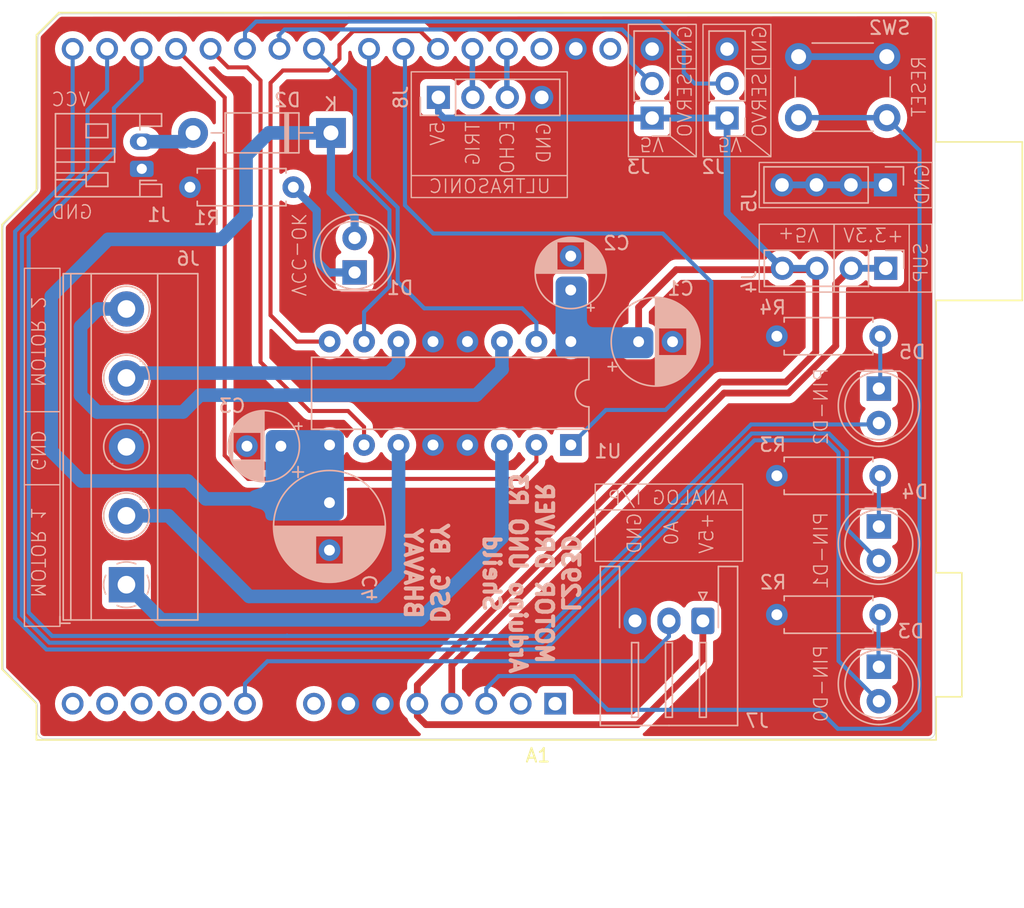
<source format=kicad_pcb>
(kicad_pcb (version 20240108) (generator "pcbnew") (generator_version "8.0")
  (layers (0 "F.Cu" signal) (31 "B.Cu" signal) (34 "B.Paste" user) (35 "F.Paste" user) (36 "B.SilkS" user "B.Silkscreen") (37 "F.SilkS" user "F.Silkscreen") (38 "B.Mask" user) (39 "F.Mask" user) (44 "Edge.Cuts" user))
  (net 0 "")
  (net 1 "PWM0B")
  (net 2 "GND")
  (net 3 "Net-(A1-D1{slash}TX)")
  (net 4 "M2B")
  (net 5 "M1B")
  (net 8 "M1A")
  (net 10 "Net-(A1-D2)")
  (net 11 "Net-(A1-A0)")
  (net 16 "Net-(A1-D12)")
  (net 17 "Net-(A1-D11)")
  (net 18 "+5V")
  (net 19 "PWM1B")
  (net 20 "M2A")
  (net 21 "PWM1A")
  (net 23 "Net-(A1-D0{slash}RX)")
  (net 24 "Net-(A1-~{RESET})")
  (net 25 "PWM0A")
  (net 28 "+3.3V")
  (net 29 "VCC")
  (net 30 "Net-(D1-K)")
  (net 31 "Net-(D2-A)")
  (net 32 "Net-(D3-K)")
  (net 33 "Net-(D4-K)")
  (net 34 "Net-(D5-K)")
  (net 35 "Net-(J6-Pin_4)")
  (net 36 "Net-(J6-Pin_5)")
  (net 37 "Net-(J6-Pin_2)")
  (net 38 "Net-(J6-Pin_1)")
  (footprint "Module:Arduino_UNO_R2" (layer "F.Cu") (at 146.606975 127.5656 180)
    (property "Reference" "A1" (at 1.27 -3.81 180) (layer "F.SilkS"))
    (property "Value" "Arduino_UNO_R2")
    (pad "1" thru_hole rect (at 0 0 270) (size 1.6 1.6) (drill 1) (layers "*.Cu" "*.Mask"))
    (pad "2" thru_hole oval (at 2.54 0 270) (size 1.6 1.6) (drill 1) (layers "*.Cu" "*.Mask"))
    (pad "3" thru_hole oval (at 5.08 0 270) (size 1.6 1.6) (drill 1) (layers "*.Cu" "*.Mask") (net 24 "Net-(A1-~{RESET})"))
    (pad "4" thru_hole oval (at 7.62 0 270) (size 1.6 1.6) (drill 1) (layers "*.Cu" "*.Mask") (net 28 "+3.3V"))
    (pad "5" thru_hole oval (at 10.16 0 270) (size 1.6 1.6) (drill 1) (layers "*.Cu" "*.Mask") (net 18 "+5V"))
    (pad "6" thru_hole oval (at 12.7 0 270) (size 1.6 1.6) (drill 1) (layers "*.Cu" "*.Mask") (net 2 "GND"))
    (pad "7" thru_hole oval (at 15.24 0 270) (size 1.6 1.6) (drill 1) (layers "*.Cu" "*.Mask") (net 2 "GND"))
    (pad "8" thru_hole oval (at 17.78 0 270) (size 1.6 1.6) (drill 1) (layers "*.Cu" "*.Mask"))
    (pad "9" thru_hole oval (at 22.86 0 270) (size 1.6 1.6) (drill 1) (layers "*.Cu" "*.Mask") (net 11 "Net-(A1-A0)"))
    (pad "10" thru_hole oval (at 25.4 0 270) (size 1.6 1.6) (drill 1) (layers "*.Cu" "*.Mask"))
    (pad "11" thru_hole oval (at 27.94 0 270) (size 1.6 1.6) (drill 1) (layers "*.Cu" "*.Mask"))
    (pad "12" thru_hole oval (at 30.48 0 270) (size 1.6 1.6) (drill 1) (layers "*.Cu" "*.Mask"))
    (pad "13" thru_hole oval (at 33.02 0 270) (size 1.6 1.6) (drill 1) (layers "*.Cu" "*.Mask"))
    (pad "14" thru_hole oval (at 35.56 0 270) (size 1.6 1.6) (drill 1) (layers "*.Cu" "*.Mask"))
    (pad "15" thru_hole oval (at 35.56 48.26 270) (size 1.6 1.6) (drill 1) (layers "*.Cu" "*.Mask") (net 23 "Net-(A1-D0{slash}RX)"))
    (pad "16" thru_hole oval (at 33.02 48.26 270) (size 1.6 1.6) (drill 1) (layers "*.Cu" "*.Mask") (net 3 "Net-(A1-D1{slash}TX)"))
    (pad "17" thru_hole oval (at 30.48 48.26 270) (size 1.6 1.6) (drill 1) (layers "*.Cu" "*.Mask") (net 10 "Net-(A1-D2)"))
    (pad "18" thru_hole oval (at 27.94 48.26 270) (size 1.6 1.6) (drill 1) (layers "*.Cu" "*.Mask") (net 8 "M1A"))
    (pad "19" thru_hole oval (at 25.4 48.26 270) (size 1.6 1.6) (drill 1) (layers "*.Cu" "*.Mask") (net 5 "M1B"))
    (pad "20" thru_hole oval (at 22.86 48.26 270) (size 1.6 1.6) (drill 1) (layers "*.Cu" "*.Mask") (net 1 "PWM0B"))
    (pad "21" thru_hole oval (at 20.32 48.26 270) (size 1.6 1.6) (drill 1) (layers "*.Cu" "*.Mask") (net 25 "PWM0A"))
    (pad "22" thru_hole oval (at 17.78 48.26 270) (size 1.6 1.6) (drill 1) (layers "*.Cu" "*.Mask") (net 4 "M2B"))
    (pad "23" thru_hole oval (at 13.72 48.26 270) (size 1.6 1.6) (drill 1) (layers "*.Cu" "*.Mask") (net 20 "M2A"))
    (pad "24" thru_hole oval (at 11.18 48.26 270) (size 1.6 1.6) (drill 1) (layers "*.Cu" "*.Mask") (net 21 "PWM1A"))
    (pad "25" thru_hole oval (at 8.64 48.26 270) (size 1.6 1.6) (drill 1) (layers "*.Cu" "*.Mask") (net 19 "PWM1B"))
    (pad "26" thru_hole oval (at 6.1 48.26 270) (size 1.6 1.6) (drill 1) (layers "*.Cu" "*.Mask") (net 17 "Net-(A1-D11)"))
    (pad "27" thru_hole oval (at 3.56 48.26 270) (size 1.6 1.6) (drill 1) (layers "*.Cu" "*.Mask") (net 16 "Net-(A1-D12)"))
    (pad "28" thru_hole oval (at 1.02 48.26 270) (size 1.6 1.6) (drill 1) (layers "*.Cu" "*.Mask"))
    (pad "29" thru_hole oval (at -1.52 48.26 270) (size 1.6 1.6) (drill 1) (layers "*.Cu" "*.Mask") (net 2 "GND"))
    (pad "30" thru_hole oval (at -4.06 48.26 270) (size 1.6 1.6) (drill 1) (layers "*.Cu" "*.Mask"))
  )
  (footprint "LED_THT:LED_D5.0mm" (layer "B.Cu") (at 131.826 95.7834 90)
    (property "Reference" "D1" (at -1.143 3.3528 180) (layer "B.SilkS") (effects (justify mirror)))
    (property "Value" "VCC-OK")
    (pad "1" thru_hole rect (at 0 0 90) (size 1.8 1.8) (drill 0.9) (layers "*.Cu" "*.Mask") (net 30 "Net-(D1-K)"))
    (pad "2" thru_hole circle (at 2.54 0 90) (size 1.8 1.8) (drill 0.9) (layers "*.Cu" "*.Mask") (net 29 "VCC"))
  )
  (footprint "Resistor_THT:R_Axial_DIN0207_L6.3mm_D2.5mm_P7.62mm_Horizontal" (layer "B.Cu") (at 170.561 121.0056 180)
    (property "Reference" "R2" (at 7.8994 2.3876 180) (layer "B.SilkS") (effects (justify mirror)))
    (property "Value" "220R")
    (pad "1" thru_hole circle (at 0 0 180) (size 1.6 1.6) (drill 0.8) (layers "*.Cu" "*.Mask") (net 32 "Net-(D3-K)"))
    (pad "2" thru_hole oval (at 7.62 0 180) (size 1.6 1.6) (drill 0.8) (layers "*.Cu" "*.Mask") (net 2 "GND"))
  )
  (footprint "Capacitor_THT:CP_Radial_D8.0mm_P3.50mm" (layer "B.Cu") (at 129.9718 112.748949 -90)
    (property "Reference" "C4" (at 6.2738 -2.9972 90) (layer "B.SilkS") (effects (justify mirror)))
    (property "Value" "100uF")
    (pad "1" thru_hole rect (at 0 0 270) (size 1.6 1.6) (drill 0.8) (layers "*.Cu" "*.Mask") (net 29 "VCC"))
    (pad "2" thru_hole circle (at 3.5 0 270) (size 1.6 1.6) (drill 0.8) (layers "*.Cu" "*.Mask") (net 2 "GND"))
  )
  (footprint "Capacitor_THT:CP_Radial_D5.0mm_P2.50mm" (layer "B.Cu") (at 126.3904 108.585 180)
    (property "Reference" "C3" (at 3.592713 2.9718 180) (layer "B.SilkS") (effects (justify mirror)))
    (property "Value" "0.1uF")
    (pad "1" thru_hole rect (at 0 0 180) (size 1.6 1.6) (drill 0.8) (layers "*.Cu" "*.Mask") (net 29 "VCC"))
    (pad "2" thru_hole circle (at 2.5 0 180) (size 1.6 1.6) (drill 0.8) (layers "*.Cu" "*.Mask") (net 2 "GND"))
  )
  (footprint "Diode_THT:D_DO-41_SOD81_P10.16mm_Horizontal" (layer "B.Cu") (at 130.08 85.5 180)
    (property "Reference" "D2" (at 3.207 2.4166 0) (layer "B.SilkS") (effects (justify mirror)))
    (property "Value" "1N4007")
    (fp_text user "K" (at 0 2.1 180) (layer "B.SilkS") (effects (justify mirror)))
    (pad "1" thru_hole rect (at 0 0 180) (size 2.2 2.2) (drill 1.1) (layers "*.Cu" "*.Mask") (net 29 "VCC"))
    (pad "2" thru_hole oval (at 10.16 0 180) (size 2.2 2.2) (drill 1.1) (layers "*.Cu" "*.Mask") (net 31 "Net-(D2-A)"))
  )
  (footprint "LED_THT:LED_D5.0mm" (layer "B.Cu") (at 170.4594 114.5032 -90)
    (property "Reference" "D4" (at -2.54 -2.667 180) (layer "B.SilkS") (effects (justify mirror)))
    (property "Value" "LED")
    (pad "1" thru_hole rect (at 0 0 270) (size 1.8 1.8) (drill 0.9) (layers "*.Cu" "*.Mask") (net 33 "Net-(D4-K)"))
    (pad "2" thru_hole circle (at 2.54 0 270) (size 1.8 1.8) (drill 0.9) (layers "*.Cu" "*.Mask") (net 3 "Net-(A1-D1{slash}TX)"))
  )
  (footprint "Package_DIP:DIP-16_W7.62mm" (layer "B.Cu") (at 147.7622 108.4988 90)
    (property "Reference" "U1" (at -0.4672 2.7328 180) (layer "B.SilkS") (effects (justify mirror)))
    (property "Value" "L293D")
    (pad "1" thru_hole rect (at 0 0 90) (size 1.6 1.6) (drill 0.8) (layers "*.Cu" "*.Mask") (net 21 "PWM1A"))
    (pad "2" thru_hole oval (at 0 -2.54 90) (size 1.6 1.6) (drill 0.8) (layers "*.Cu" "*.Mask") (net 8 "M1A"))
    (pad "3" thru_hole oval (at 0 -5.08 90) (size 1.6 1.6) (drill 0.8) (layers "*.Cu" "*.Mask") (net 38 "Net-(J6-Pin_1)"))
    (pad "4" thru_hole oval (at 0 -7.62 90) (size 1.6 1.6) (drill 0.8) (layers "*.Cu" "*.Mask") (net 2 "GND"))
    (pad "5" thru_hole oval (at 0 -10.16 90) (size 1.6 1.6) (drill 0.8) (layers "*.Cu" "*.Mask") (net 2 "GND"))
    (pad "6" thru_hole oval (at 0 -12.7 90) (size 1.6 1.6) (drill 0.8) (layers "*.Cu" "*.Mask") (net 37 "Net-(J6-Pin_2)"))
    (pad "7" thru_hole oval (at 0 -15.24 90) (size 1.6 1.6) (drill 0.8) (layers "*.Cu" "*.Mask") (net 5 "M1B"))
    (pad "8" thru_hole oval (at 0 -17.78 90) (size 1.6 1.6) (drill 0.8) (layers "*.Cu" "*.Mask") (net 29 "VCC"))
    (pad "9" thru_hole oval (at 7.62 -17.78 90) (size 1.6 1.6) (drill 0.8) (layers "*.Cu" "*.Mask") (net 19 "PWM1B"))
    (pad "10" thru_hole oval (at 7.62 -15.24 90) (size 1.6 1.6) (drill 0.8) (layers "*.Cu" "*.Mask") (net 4 "M2B"))
    (pad "11" thru_hole oval (at 7.62 -12.7 90) (size 1.6 1.6) (drill 0.8) (layers "*.Cu" "*.Mask") (net 35 "Net-(J6-Pin_4)"))
    (pad "12" thru_hole oval (at 7.62 -10.16 90) (size 1.6 1.6) (drill 0.8) (layers "*.Cu" "*.Mask") (net 2 "GND"))
    (pad "13" thru_hole oval (at 7.62 -7.62 90) (size 1.6 1.6) (drill 0.8) (layers "*.Cu" "*.Mask") (net 2 "GND"))
    (pad "14" thru_hole oval (at 7.62 -5.08 90) (size 1.6 1.6) (drill 0.8) (layers "*.Cu" "*.Mask") (net 36 "Net-(J6-Pin_5)"))
    (pad "15" thru_hole oval (at 7.62 -2.54 90) (size 1.6 1.6) (drill 0.8) (layers "*.Cu" "*.Mask") (net 20 "M2A"))
    (pad "16" thru_hole oval (at 7.62 0 90) (size 1.6 1.6) (drill 0.8) (layers "*.Cu" "*.Mask") (net 18 "+5V"))
  )
  (footprint "Resistor_THT:R_Axial_DIN0207_L6.3mm_D2.5mm_P7.62mm_Horizontal" (layer "B.Cu") (at 170.561 110.7694 180)
    (property "Reference" "R3" (at 7.9248 2.286 180) (layer "B.SilkS") (effects (justify mirror)))
    (property "Value" "220R")
    (pad "1" thru_hole circle (at 0 0 180) (size 1.6 1.6) (drill 0.8) (layers "*.Cu" "*.Mask") (net 33 "Net-(D4-K)"))
    (pad "2" thru_hole oval (at 7.62 0 180) (size 1.6 1.6) (drill 0.8) (layers "*.Cu" "*.Mask") (net 2 "GND"))
  )
  (footprint "Button_Switch_THT:SW_PUSH_6mm_H5mm" (layer "B.Cu") (at 164.5436 84.3788)
    (property "Reference" "SW2" (at 6.7064 -6.6288 180) (layer "B.SilkS") (effects (justify mirror)))
    (property "Value" "SW_Push")
    (pad "1" thru_hole circle (at 0 0 270) (size 2 2) (drill 1.1) (layers "*.Cu" "*.Mask") (net 24 "Net-(A1-~{RESET})"))
    (pad "1" thru_hole circle (at 6.5 0 270) (size 2 2) (drill 1.1) (layers "*.Cu" "*.Mask") (net 24 "Net-(A1-~{RESET})"))
    (pad "2" thru_hole circle (at 0 -4.5 270) (size 2 2) (drill 1.1) (layers "*.Cu" "*.Mask") (net 2 "GND"))
    (pad "2" thru_hole circle (at 6.5 -4.5 270) (size 2 2) (drill 1.1) (layers "*.Cu" "*.Mask") (net 2 "GND"))
  )
  (footprint "Connector_PinSocket_2.54mm:PinSocket_1x04_P2.54mm_Vertical" (layer "B.Cu") (at 170.9674 95.4786 90)
    (property "Reference" "J4" (at -0.9906 -10.0584 -90) (layer "B.SilkS") (effects (justify mirror)))
    (property "Value" "Conn_01x04_Male")
    (pad "1" thru_hole rect (at 0 0 90) (size 1.7 1.7) (drill 1) (layers "*.Cu" "*.Mask") (net 28 "+3.3V"))
    (pad "2" thru_hole oval (at 0 -2.54 90) (size 1.7 1.7) (drill 1) (layers "*.Cu" "*.Mask") (net 28 "+3.3V"))
    (pad "3" thru_hole oval (at 0 -5.08 90) (size 1.7 1.7) (drill 1) (layers "*.Cu" "*.Mask") (net 18 "+5V"))
    (pad "4" thru_hole oval (at 0 -7.62 90) (size 1.7 1.7) (drill 1) (layers "*.Cu" "*.Mask") (net 18 "+5V"))
  )
  (footprint "Resistor_THT:R_Axial_DIN0207_L6.3mm_D2.5mm_P7.62mm_Horizontal" (layer "B.Cu") (at 127.31 89.5 180)
    (property "Reference" "R1" (at 6.3806 -2.2702 180) (layer "B.SilkS") (effects (justify mirror)))
    (property "Value" "1K")
    (pad "1" thru_hole circle (at 0 0 180) (size 1.6 1.6) (drill 0.8) (layers "*.Cu" "*.Mask") (net 30 "Net-(D1-K)"))
    (pad "2" thru_hole oval (at 7.62 0 180) (size 1.6 1.6) (drill 0.8) (layers "*.Cu" "*.Mask") (net 2 "GND"))
  )
  (footprint "Capacitor_THT:CP_Radial_D5.0mm_P2.50mm" (layer "B.Cu") (at 147.7518 97.0788 90)
    (property "Reference" "C2" (at 3.4544 3.3782 0) (layer "B.SilkS") (effects (justify mirror)))
    (property "Value" "0.1uF")
    (pad "1" thru_hole rect (at 0 0 90) (size 1.6 1.6) (drill 0.8) (layers "*.Cu" "*.Mask") (net 18 "+5V"))
    (pad "2" thru_hole circle (at 2.5 0 90) (size 1.6 1.6) (drill 0.8) (layers "*.Cu" "*.Mask") (net 2 "GND"))
  )
  (footprint "Connector_PinSocket_2.54mm:PinSocket_1x04_P2.54mm_Vertical" (layer "B.Cu") (at 170.942 89.3318 90)
    (property "Reference" "J5" (at -1.1938 -10.033 -90) (layer "B.SilkS") (effects (justify mirror)))
    (property "Value" "Conn_01x04_Male")
    (pad "1" thru_hole rect (at 0 0 90) (size 1.7 1.7) (drill 1) (layers "*.Cu" "*.Mask") (net 2 "GND"))
    (pad "2" thru_hole oval (at 0 -2.54 90) (size 1.7 1.7) (drill 1) (layers "*.Cu" "*.Mask") (net 2 "GND"))
    (pad "3" thru_hole oval (at 0 -5.08 90) (size 1.7 1.7) (drill 1) (layers "*.Cu" "*.Mask") (net 2 "GND"))
    (pad "4" thru_hole oval (at 0 -7.62 90) (size 1.7 1.7) (drill 1) (layers "*.Cu" "*.Mask") (net 2 "GND"))
  )
  (footprint "LED_THT:LED_D5.0mm" (layer "B.Cu") (at 170.4594 124.841 -90)
    (property "Reference" "D3" (at -2.6162 -2.3622 180) (layer "B.SilkS") (effects (justify mirror)))
    (property "Value" "LED")
    (pad "1" thru_hole rect (at 0 0 270) (size 1.8 1.8) (drill 0.9) (layers "*.Cu" "*.Mask") (net 32 "Net-(D3-K)"))
    (pad "2" thru_hole circle (at 2.54 0 270) (size 1.8 1.8) (drill 0.9) (layers "*.Cu" "*.Mask") (net 23 "Net-(A1-D0{slash}RX)"))
  )
  (footprint "Connector_PinSocket_2.54mm:PinSocket_1x03_P2.54mm_Vertical" (layer "B.Cu") (at 153.75 84.4042)
    (property "Reference" "J3" (at -1 3.5958 0) (layer "B.SilkS") (effects (justify mirror)))
    (property "Value" "Servo01")
    (pad "1" thru_hole rect (at 0 0) (size 1.7 1.7) (drill 1) (layers "*.Cu" "*.Mask") (net 18 "+5V"))
    (pad "2" thru_hole oval (at 0 -2.54) (size 1.7 1.7) (drill 1) (layers "*.Cu" "*.Mask") (net 25 "PWM0A"))
    (pad "3" thru_hole oval (at 0 -5.08) (size 1.7 1.7) (drill 1) (layers "*.Cu" "*.Mask") (net 2 "GND"))
  )
  (footprint "Connector_JST:JST_XH_S3B-XH-A-1_1x03_P2.50mm_Horizontal" (layer "B.Cu") (at 157.4908 121.4628 180)
    (property "Reference" "J7" (at -4.0024 -7.366 180) (layer "B.SilkS") (effects (justify mirror)))
    (property "Value" "Potent. I/P")
    (pad "1" thru_hole roundrect (at 0 0 180) (size 1.7 1.95) (drill 0.95) (layers "*.Cu" "*.Mask") (roundrect_rratio 0.147059) (net 18 "+5V"))
    (pad "2" thru_hole oval (at 2.5 0 180) (size 1.7 1.95) (drill 0.95) (layers "*.Cu" "*.Mask") (net 11 "Net-(A1-A0)"))
    (pad "3" thru_hole oval (at 5 0 180) (size 1.7 1.95) (drill 0.95) (layers "*.Cu" "*.Mask") (net 2 "GND"))
  )
  (footprint "TerminalBlock_Phoenix:TerminalBlock_Phoenix_MKDS-1,5-5-5.08_1x05_P5.08mm_Horizontal" (layer "B.Cu") (at 115.011 118.7958 90)
    (property "Reference" "J6" (at 24.0284 4.5468 0) (layer "B.SilkS") (effects (justify mirror)))
    (property "Value" "S")
    (pad "1" thru_hole rect (at 0 0 90) (size 2.6 2.6) (drill 1.3) (layers "*.Cu" "*.Mask") (net 38 "Net-(J6-Pin_1)"))
    (pad "2" thru_hole circle (at 5.08 0 90) (size 2.6 2.6) (drill 1.3) (layers "*.Cu" "*.Mask") (net 37 "Net-(J6-Pin_2)"))
    (pad "3" thru_hole circle (at 10.16 0 90) (size 2.6 2.6) (drill 1.3) (layers "*.Cu" "*.Mask") (net 2 "GND"))
    (pad "4" thru_hole circle (at 15.24 0 90) (size 2.6 2.6) (drill 1.3) (layers "*.Cu" "*.Mask") (net 35 "Net-(J6-Pin_4)"))
    (pad "5" thru_hole circle (at 20.32 0 90) (size 2.6 2.6) (drill 1.3) (layers "*.Cu" "*.Mask") (net 36 "Net-(J6-Pin_5)"))
  )
  (footprint "Connector_PinSocket_2.54mm:PinSocket_1x03_P2.54mm_Vertical" (layer "B.Cu") (at 159.275 84.4042)
    (property "Reference" "J2" (at -1.025 3.5958 0) (layer "B.SilkS") (effects (justify mirror)))
    (property "Value" "Servo02")
    (pad "1" thru_hole rect (at 0 0) (size 1.7 1.7) (drill 1) (layers "*.Cu" "*.Mask") (net 18 "+5V"))
    (pad "2" thru_hole oval (at 0 -2.54) (size 1.7 1.7) (drill 1) (layers "*.Cu" "*.Mask") (net 1 "PWM0B"))
    (pad "3" thru_hole oval (at 0 -5.08) (size 1.7 1.7) (drill 1) (layers "*.Cu" "*.Mask") (net 2 "GND"))
  )
  (footprint "LED_THT:LED_D5.0mm" (layer "B.Cu") (at 170.4594 104.3432 -90)
    (property "Reference" "D5" (at -2.6924 -2.4638 180) (layer "B.SilkS") (effects (justify mirror)))
    (property "Value" "LED")
    (pad "1" thru_hole rect (at 0 0 270) (size 1.8 1.8) (drill 0.9) (layers "*.Cu" "*.Mask") (net 34 "Net-(D5-K)"))
    (pad "2" thru_hole circle (at 2.54 0 270) (size 1.8 1.8) (drill 0.9) (layers "*.Cu" "*.Mask") (net 10 "Net-(A1-D2)"))
  )
  (footprint "Connector_JST:JST_PH_S2B-PH-K_1x02_P2.00mm_Horizontal" (layer "B.Cu") (at 116.1404 88.1474 90)
    (property "Reference" "J1" (at -3.3942 1.2584 180) (layer "B.SilkS") (effects (justify mirror)))
    (property "Value" "4.5VDC to 36VDC")
    (pad "1" thru_hole roundrect (at 0 0 90) (size 1.2 1.75) (drill 0.75) (layers "*.Cu" "*.Mask") (roundrect_rratio 0.208333) (net 2 "GND"))
    (pad "2" thru_hole oval (at 2 0 90) (size 1.2 1.75) (drill 0.75) (layers "*.Cu" "*.Mask") (net 31 "Net-(D2-A)"))
  )
  (footprint "Capacitor_THT:CP_Radial_D6.3mm_P2.50mm" (layer "B.Cu") (at 152.7556 100.8888)
    (property "Reference" "C1" (at 3.0988 -3.9116 180) (layer "B.SilkS") (effects (justify mirror)))
    (property "Value" "10uF")
    (pad "1" thru_hole rect (at 0 0) (size 1.6 1.6) (drill 0.8) (layers "*.Cu" "*.Mask") (net 18 "+5V"))
    (pad "2" thru_hole circle (at 2.5 0) (size 1.6 1.6) (drill 0.8) (layers "*.Cu" "*.Mask") (net 2 "GND"))
  )
  (footprint "Connector_PinSocket_2.54mm:PinSocket_1x04_P2.54mm_Vertical" (layer "B.Cu") (at 137.9982 82.8802 -90)
    (property "Reference" "J8" (at 0 2.77 -90) (layer "B.SilkS") (effects (justify mirror)))
    (property "Value" "Conn_01x04_Male")
    (pad "1" thru_hole rect (at 0 0 270) (size 1.7 1.7) (drill 1) (layers "*.Cu" "*.Mask") (net 18 "+5V"))
    (pad "2" thru_hole oval (at 0 -2.54 270) (size 1.7 1.7) (drill 1) (layers "*.Cu" "*.Mask") (net 17 "Net-(A1-D11)"))
    (pad "3" thru_hole oval (at 0 -5.08 270) (size 1.7 1.7) (drill 1) (layers "*.Cu" "*.Mask") (net 16 "Net-(A1-D12)"))
    (pad "4" thru_hole oval (at 0 -7.62 270) (size 1.7 1.7) (drill 1) (layers "*.Cu" "*.Mask") (net 2 "GND"))
  )
  (footprint "Resistor_THT:R_Axial_DIN0207_L6.3mm_D2.5mm_P7.62mm_Horizontal" (layer "B.Cu") (at 170.561 100.4824 180)
    (property "Reference" "R4" (at 7.9248 2.1082 180) (layer "B.SilkS") (effects (justify mirror)))
    (property "Value" "220R")
    (pad "1" thru_hole circle (at 0 0 180) (size 1.6 1.6) (drill 0.8) (layers "*.Cu" "*.Mask") (net 34 "Net-(D5-K)"))
    (pad "2" thru_hole oval (at 7.62 0 180) (size 1.6 1.6) (drill 0.8) (layers "*.Cu" "*.Mask") (net 2 "GND"))
  )
  (gr_line (start 172.6946 97.2312) (end 172.6946 92.2274) (stroke (width 0.1)) (layer "B.SilkS"))
  (gr_rect (start 161.6456 87.6808) (end 174.3964 91.0082) (stroke (width 0.1)) (fill none) (layer "B.SilkS"))
  (gr_line (start 162.5092 80.772) (end 160.6042 80.772) (stroke (width 0.1)) (layer "B.SilkS"))
  (gr_line (start 160.605 85.7342) (end 162.5 87.25) (stroke (width 0.1)) (layer "B.SilkS"))
  (gr_line (start 110.109 106.045) (end 107.4928 106.045) (stroke (width 0.1)) (layer "B.SilkS"))
  (gr_rect (start 157.5 77.5) (end 162.5 87.25) (stroke (width 0.1)) (fill none) (layer "B.SilkS"))
  (gr_line (start 110.109 111.4298) (end 107.4928 111.4298) (stroke (width 0.1)) (layer "B.SilkS"))
  (gr_line (start 149.5552 113.284) (end 160.401 113.284) (stroke (width 0.1)) (layer "B.SilkS"))
  (gr_rect (start 167.1574 92.2274) (end 174.371 97.2312) (stroke (width 0.1)) (fill none) (layer "B.SilkS"))
  (gr_rect (start 107.4928 95.4786) (end 110.111 121.8644) (stroke (width 0.1)) (fill none) (layer "B.SilkS"))
  (gr_line (start 147.4978 88.646) (end 136.017 88.646) (stroke (width 0.1)) (layer "B.SilkS"))
  (gr_line (start 156.9974 80.772) (end 155.0924 80.772) (stroke (width 0.1)) (layer "B.SilkS"))
  (gr_line (start 155.08 85.7342) (end 157 87.25) (stroke (width 0.1)) (layer "B.SilkS"))
  (gr_rect (start 149.5552 111.379) (end 160.4264 117.0686) (stroke (width 0.1)) (fill none) (layer "B.SilkS"))
  (gr_rect (start 136 81) (end 147.5 90.2632) (stroke (width 0.1)) (fill none) (layer "B.SilkS"))
  (gr_rect (start 161.6456 92.2274) (end 167.1574 97.2312) (stroke (width 0.1)) (fill none) (layer "B.SilkS"))
  (gr_rect (start 152 77.5) (end 157 87.25) (stroke (width 0.1)) (fill none) (layer "B.SilkS"))
  (gr_arc (start 108.4834 78.515307) (mid 108.521458 78.323964) (end 108.629846 78.161754) (stroke (width 0.05)) (layer "Edge.Cuts"))
  (gr_arc (start 174.5996 129.6496) (mid 174.453153 130.003153) (end 174.0996 130.1496) (stroke (width 0.05)) (layer "Edge.Cuts"))
  (gr_arc (start 174.099403 76.708197) (mid 174.453084 76.854574) (end 174.5996 77.208197) (stroke (width 0.05)) (layer "Edge.Cuts"))
  (gr_line (start 105.9434 125.0188) (end 108.311554 127.386954) (stroke (width 0.05)) (layer "Edge.Cuts"))
  (gr_line (start 174.099403 76.708197) (end 110.265191 76.733319) (stroke (width 0.05)) (layer "Edge.Cuts"))
  (gr_arc (start 108.958 130.1496) (mid 108.604447 130.003153) (end 108.458 129.6496) (stroke (width 0.05)) (layer "Edge.Cuts"))
  (gr_arc (start 108.4834 89.531093) (mid 108.44534 89.722435) (end 108.336953 89.884647) (stroke (width 0.05)) (layer "Edge.Cuts"))
  (gr_line (start 108.336953 89.884647) (end 106.064607 92.156993) (stroke (width 0.05)) (layer "Edge.Cuts"))
  (gr_line (start 105.9434 124.993594) (end 105.9434 125.0188) (stroke (width 0.05)) (layer "Edge.Cuts"))
  (gr_arc (start 108.311554 127.386954) (mid 108.41994 127.549166) (end 108.458 127.740507) (stroke (width 0.05)) (layer "Edge.Cuts"))
  (gr_line (start 109.911834 76.879766) (end 108.629846 78.161754) (stroke (width 0.05)) (layer "Edge.Cuts"))
  (gr_line (start 174.5996 129.6496) (end 174.5996 77.208197) (stroke (width 0.05)) (layer "Edge.Cuts"))
  (gr_line (start 108.458 127.740507) (end 108.458 129.6496) (stroke (width 0.05)) (layer "Edge.Cuts"))
  (gr_arc (start 109.911834 76.879766) (mid 110.073955 76.771417) (end 110.265191 76.733319) (stroke (width 0.05)) (layer "Edge.Cuts"))
  (gr_line (start 108.958 130.1496) (end 174.0996 130.1496) (stroke (width 0.05)) (layer "Edge.Cuts"))
  (gr_arc (start 105.918161 92.510935) (mid 105.956129 92.319372) (end 106.064607 92.156993) (stroke (width 0.05)) (layer "Edge.Cuts"))
  (gr_line (start 105.918161 92.510935) (end 105.9434 124.993205) (stroke (width 0.05)) (layer "Edge.Cuts"))
  (gr_line (start 108.4834 78.515307) (end 108.4834 89.531093) (stroke (width 0.05)) (layer "Edge.Cuts"))
  (gr_text "MOTOR 1" (at 107.8992 119.8372 -90) (layer "B.SilkS") (effects (font (size 1 1) (thickness 0.1)) (justify left bottom mirror)))
  (gr_text "PIN-D2" (at 166.7764 102.743 90) (layer "B.SilkS") (effects (font (size 1 1) (thickness 0.1)) (justify left bottom mirror)))
  (gr_text "SERVO" (at 156.75 81 90) (layer "B.SilkS") (effects (font (size 1 1) (thickness 0.1)) (justify left bottom mirror)))
  (gr_text "GND" (at 112.5982 91.9226 0) (layer "B.SilkS") (effects (font (size 1 1) (thickness 0.1)) (justify left bottom mirror)))
  (gr_text "PIN-D1" (at 166.7764 113.3602 90) (layer "B.SilkS") (effects (font (size 1 1) (thickness 0.1)) (justify left bottom mirror)))
  (gr_text "RESET" (at 174 79.75 90) (layer "B.SilkS") (effects (font (size 1 1) (thickness 0.1)) (justify left bottom mirror)))
  (gr_text "SERVO" (at 162.25 81 90) (layer "B.SilkS") (effects (font (size 1 1) (thickness 0.1)) (justify left bottom mirror)))
  (gr_text "+5V" (at 158.3436 113.411 90) (layer "B.SilkS") (effects (font (size 1 1) (thickness 0.1)) (justify left bottom mirror)))
  (gr_text "5V" (at 138.5316 84.582 90) (layer "B.SilkS") (effects (font (size 1 1) (thickness 0.1)) (justify left bottom mirror)))
  (gr_text "PIN-D0" (at 166.7764 123.1646 90) (layer "B.SilkS") (effects (font (size 1 1) (thickness 0.1)) (justify left bottom mirror)))
  (gr_text "ANALOG I/P" (at 159.4358 112.9792 0) (layer "B.SilkS") (effects (font (size 1 1) (thickness 0.1)) (justify left bottom mirror)))
  (gr_text "MOTOR 2" (at 107.8992 104.3178 -90) (layer "B.SilkS") (effects (font (size 1 1) (thickness 0.1)) (justify left bottom mirror)))
  (gr_text "SUP" (at 174.1424 93.4974 90) (layer "B.SilkS") (effects (font (size 1 1) (thickness 0.1)) (justify left bottom mirror)))
  (gr_text "GND" (at 146.3548 84.6328 90) (layer "B.SilkS") (effects (font (size 1 1) (thickness 0.1)) (justify left bottom mirror)))
  (gr_text "GND" (at 162.25 77.5 90) (layer "B.SilkS") (effects (font (size 1 1) (thickness 0.1)) (justify left bottom mirror)))
  (gr_text "ECHO" (at 143.6624 84.4804 90) (layer "B.SilkS") (effects (font (size 1 1) (thickness 0.1)) (justify left bottom mirror)))
  (gr_text "GND" (at 107.8992 110.5 -90) (layer "B.SilkS") (effects (font (size 1 1) (thickness 0.1)) (justify left bottom mirror)))
  (gr_text "+5V" (at 162.941 92.4052 180) (layer "B.SilkS") (effects (font (size 1 1) (thickness 0.1)) (justify left bottom mirror)))
  (gr_text "GND" (at 153.035 113.411 90) (layer "B.SilkS") (effects (font (size 1 1) (thickness 0.1)) (justify left bottom mirror)))
  (gr_text "GND" (at 156.75 77.5 90) (layer "B.SilkS") (effects (font (size 1 1) (thickness 0.1)) (justify left bottom mirror)))
  (gr_text "+3.3V" (at 172.3644 93.6498 0) (layer "B.SilkS") (effects (font (size 1 1) (thickness 0.1)) (justify left bottom mirror)))
  (gr_text "5V" (at 158.5 85.75 180) (layer "B.SilkS") (effects (font (size 1 1) (thickness 0.1)) (justify left bottom mirror)))
  (gr_text "A0" (at 155.7528 114.030047 90) (layer "B.SilkS") (effects (font (size 1 1) (thickness 0.1)) (justify left bottom mirror)))
  (gr_text "5V" (at 152.75 85.75 180) (layer "B.SilkS") (effects (font (size 1 1) (thickness 0.1)) (justify left bottom mirror)))
  (gr_text "VCC" (at 112.395 83.6168 0) (layer "B.SilkS") (effects (font (size 1 1) (thickness 0.1)) (justify left bottom mirror)))
  (gr_text "TRIG" (at 141.1224 84.6074 90) (layer "B.SilkS") (effects (font (size 1 1) (thickness 0.1)) (justify left bottom mirror)))
  (gr_text "GND" (at 174.244 87.7062 90) (layer "B.SilkS") (effects (font (size 1 1) (thickness 0.1)) (justify left bottom mirror)))
  (gr_text "VCC-OK" (at 127.1016 97.6122 -90) (layer "B.SilkS") (effects (font (size 1 1) (thickness 0.1)) (justify left bottom mirror)))
  (gr_text "L293D\nMOTOR DRIVER\nArduino UNO R3\nSheild\n\nDSG. BY\nBHAVAY" (at 135.4328 117.9576 270) (layer "B.SilkS") (effects (font (size 1.2 1.2) (thickness 0.3) (bold yes)) (justify bottom mirror)))
  (gr_text "ULTRASONIC" (at 146.3548 90.0176 0) (layer "B.SilkS") (effects (font (size 1 1) (thickness 0.1)) (justify left bottom mirror)))
  (segment (start 159.275 81.8642) (end 156.8958 81.8642) (width 0.3) (layer "B.Cu") (net 1))
  (segment (start 154.2542 77.2922) (end 124.5616 77.2922) (width 0.3) (layer "B.Cu") (net 1))
  (segment (start 156.083 79.121) (end 154.2542 77.2922) (width 0.3) (layer "B.Cu") (net 1))
  (segment (start 156.8958 81.8642) (end 156.083 81.0514) (width 0.3) (layer "B.Cu") (net 1))
  (segment (start 124.5616 77.2922) (end 123.746975 78.106825) (width 0.3) (layer "B.Cu") (net 1))
  (segment (start 123.746975 78.106825) (end 123.746975 79.3056) (width 0.3) (layer "B.Cu") (net 1))
  (segment (start 156.083 81.0514) (end 156.083 79.121) (width 0.3) (layer "B.Cu") (net 1))
  (segment (start 171.0436 79.8788) (end 164.5436 79.8788) (width 0.5) (layer "B.Cu") (net 2))
  (segment (start 170.942 89.3318) (end 163.322 89.3318) (width 0.5) (layer "B.Cu") (net 2))
  (segment (start 112.141 83.82) (end 112.141 88.133906) (width 0.3) (layer "B.Cu") (net 3))
  (segment (start 107.307 92.967906) (end 107.307 121.052494) (width 0.3) (layer "B.Cu") (net 3))
  (segment (start 145.665094 123.071) (end 161.082894 107.6532) (width 0.3) (layer "B.Cu") (net 3))
  (segment (start 161.082894 107.6532) (end 166.780306 107.6532) (width 0.3) (layer "B.Cu") (net 3))
  (segment (start 113.586975 82.374025) (end 112.141 83.82) (width 0.3) (layer "B.Cu") (net 3))
  (segment (start 168.0972 114.681) (end 170.4594 117.0432) (width 0.3) (layer "B.Cu") (net 3))
  (segment (start 166.780306 107.6532) (end 168.0972 108.970094) (width 0.3) (layer "B.Cu") (net 3))
  (segment (start 113.586975 79.3056) (end 113.586975 82.374025) (width 0.3) (layer "B.Cu") (net 3))
  (segment (start 168.0972 108.970094) (end 168.0972 114.681) (width 0.3) (layer "B.Cu") (net 3))
  (segment (start 112.141 88.133906) (end 107.307 92.967906) (width 0.3) (layer "B.Cu") (net 3))
  (segment (start 107.307 121.052494) (end 109.325506 123.071) (width 0.3) (layer "B.Cu") (net 3))
  (segment (start 109.325506 123.071) (end 145.665094 123.071) (width 0.3) (layer "B.Cu") (net 3))
  (segment (start 132.5222 98.694) (end 132.5222 100.8788) (width 0.3) (layer "B.Cu") (net 4))
  (segment (start 128.826975 79.3056) (end 131.8514 82.330025) (width 0.3) (layer "B.Cu") (net 4))
  (segment (start 134.3914 91.186) (end 134.3914 96.8248) (width 0.3) (layer "B.Cu") (net 4))
  (segment (start 131.8514 82.330025) (end 131.8514 88.646) (width 0.3) (layer "B.Cu") (net 4))
  (segment (start 134.3914 96.8248) (end 132.5222 98.694) (width 0.3) (layer "B.Cu") (net 4))
  (segment (start 131.8514 88.646) (end 134.3914 91.186) (width 0.3) (layer "B.Cu") (net 4))
  (segment (start 124.8918 81.6356) (end 123.9266 80.6704) (width 0.3) (layer "F.Cu") (net 5))
  (segment (start 123.9266 80.6704) (end 122.5042 80.6704) (width 0.3) (layer "F.Cu") (net 5))
  (segment (start 132.5222 108.4988) (end 132.5222 107.173) (width 0.3) (layer "F.Cu") (net 5))
  (segment (start 122.5042 80.6704) (end 121.206975 79.373175) (width 0.3) (layer "F.Cu") (net 5))
  (segment (start 131.3434 105.9942) (end 128.4986 105.9942) (width 0.3) (layer "F.Cu") (net 5))
  (segment (start 121.206975 79.373175) (end 121.206975 79.3056) (width 0.3) (layer "F.Cu") (net 5))
  (segment (start 132.5222 107.173) (end 131.3434 105.9942) (width 0.3) (layer "F.Cu") (net 5))
  (segment (start 124.8918 102.3874) (end 124.8918 81.6356) (width 0.3) (layer "F.Cu") (net 5))
  (segment (start 128.4986 105.9942) (end 124.8918 102.3874) (width 0.3) (layer "F.Cu") (net 5))
  (segment (start 145.2222 108.4988) (end 145.2222 109.7176) (width 0.3) (layer "F.Cu") (net 8))
  (segment (start 123.9774 110.998) (end 122.2502 109.2708) (width 0.3) (layer "F.Cu") (net 8))
  (segment (start 122.2502 109.2708) (end 122.2502 82.888825) (width 0.3) (layer "F.Cu") (net 8))
  (segment (start 122.2502 82.888825) (end 118.666975 79.3056) (width 0.3) (layer "F.Cu") (net 8))
  (segment (start 143.9418 110.998) (end 123.9774 110.998) (width 0.3) (layer "F.Cu") (net 8))
  (segment (start 145.2222 109.7176) (end 143.9418 110.998) (width 0.3) (layer "F.Cu") (net 8))
  (segment (start 114.086975 83.677425) (end 116.126975 81.637425) (width 0.3) (layer "B.Cu") (net 10))
  (segment (start 126.8636 122.571) (end 126.8476 122.555) (width 0.3) (layer "B.Cu") (net 10))
  (segment (start 145.457988 122.571) (end 126.8636 122.571) (width 0.3) (layer "B.Cu") (net 10))
  (segment (start 170.3578 106.9848) (end 161.044188 106.9848) (width 0.3) (layer "B.Cu") (net 10))
  (segment (start 161.044188 106.9848) (end 145.457988 122.571) (width 0.3) (layer "B.Cu") (net 10))
  (segment (start 126.8316 122.571) (end 109.532612 122.571) (width 0.3) (layer "B.Cu") (net 10))
  (segment (start 109.532612 122.571) (end 107.807 120.845388) (width 0.3) (layer "B.Cu") (net 10))
  (segment (start 116.126975 81.637425) (end 116.126975 79.3056) (width 0.3) (layer "B.Cu") (net 10))
  (segment (start 107.807 120.845388) (end 107.807 93.1926) (width 0.3) (layer "B.Cu") (net 10))
  (segment (start 114.086975 86.912625) (end 114.086975 83.677425) (width 0.3) (layer "B.Cu") (net 10))
  (segment (start 126.8476 122.555) (end 126.8316 122.571) (width 0.3) (layer "B.Cu") (net 10))
  (segment (start 107.807 93.1926) (end 114.086975 86.912625) (width 0.3) (layer "B.Cu") (net 10))
  (segment (start 170.4594 106.8832) (end 170.3578 106.9848) (width 0.3) (layer "B.Cu") (net 10))
  (segment (start 125.3998 124.4346) (end 123.746975 126.087425) (width 0.3) (layer "B.Cu") (net 11))
  (segment (start 154.9908 121.4628) (end 154.9908 122.6058) (width 0.3) (layer "B.Cu") (net 11))
  (segment (start 154.9908 122.6058) (end 153.162 124.4346) (width 0.3) (layer "B.Cu") (net 11))
  (segment (start 153.162 124.4346) (end 125.3998 124.4346) (width 0.3) (layer "B.Cu") (net 11))
  (segment (start 123.746975 126.087425) (end 123.746975 127.5656) (width 0.3) (layer "B.Cu") (net 11))
  (segment (start 143.046975 79.3056) (end 143.046975 82.848975) (width 0.4) (layer "B.Cu") (net 16))
  (segment (start 143.046975 82.848975) (end 143.0782 82.8802) (width 0.4) (layer "B.Cu") (net 16))
  (segment (start 140.506975 82.848975) (end 140.5382 82.8802) (width 0.4) (layer "B.Cu") (net 17))
  (segment (start 140.506975 79.3056) (end 140.506975 82.848975) (width 0.4) (layer "B.Cu") (net 17))
  (segment (start 152.7556 98.3488) (end 152.7556 100.8888) (width 0.5) (layer "F.Cu") (net 18))
  (segment (start 137.0838 129.1082) (end 136.446975 128.471375) (width 0.5) (layer "F.Cu") (net 18))
  (segment (start 165.8112 95.5802) (end 155.5242 95.5802) (width 0.5) (layer "F.Cu") (net 18))
  (segment (start 136.446975 128.471375) (end 136.446975 127.5656) (width 0.5) (layer "F.Cu") (net 18))
  (segment (start 165.8112 101.6508) (end 165.8112 95.5802) (width 0.5) (layer "F.Cu") (net 18))
  (segment (start 155.5242 95.5802) (end 152.7556 98.3488) (width 0.5) (layer "F.Cu") (net 18))
  (segment (start 136.446975 127.5656) (end 136.446975 126.189025) (width 0.5) (layer "F.Cu") (net 18))
  (segment (start 158.7754 103.8606) (end 163.6014 103.8606) (width 0.5) (layer "F.Cu") (net 18))
  (segment (start 152.6794 129.1082) (end 137.0838 129.1082) (width 0.5) (layer "F.Cu") (net 18))
  (segment (start 157.4908 124.2968) (end 152.6794 129.1082) (width 0.5) (layer "F.Cu") (net 18))
  (segment (start 163.6014 103.8606) (end 165.8112 101.6508) (width 0.5) (layer "F.Cu") (net 18))
  (segment (start 136.446975 126.189025) (end 158.7754 103.8606) (width 0.5) (layer "F.Cu") (net 18))
  (segment (start 157.4908 121.4628) (end 157.4908 124.2968) (width 0.5) (layer "F.Cu") (net 18))
  (segment (start 153.75 84.4042) (end 159.275 84.4042) (width 0.5) (layer "B.Cu") (net 18))
  (segment (start 137.9982 83.9978) (end 138.4046 84.4042) (width 0.5) (layer "B.Cu") (net 18))
  (segment (start 163.3474 95.4786) (end 159.275 91.4062) (width 0.5) (layer "B.Cu") (net 18))
  (segment (start 138.4046 84.4042) (end 153.75 84.4042) (width 0.5) (layer "B.Cu") (net 18))
  (segment (start 163.3474 95.4786) (end 165.8874 95.4786) (width 0.5) (layer "B.Cu") (net 18))
  (segment (start 159.275 91.4062) (end 159.275 84.4042) (width 0.5) (layer "B.Cu") (net 18))
  (segment (start 137.9982 82.8802) (end 137.9982 83.9978) (width 0.5) (layer "B.Cu") (net 18))
  (segment (start 131.7244 78.0034) (end 136.664775 78.0034) (width 0.3) (layer "F.Cu") (net 19))
  (segment (start 130.7084 80.0354) (end 130.7084 79.0194) (width 0.3) (layer "F.Cu") (net 19))
  (segment (start 130.7084 79.0194) (end 131.7244 78.0034) (width 0.3) (layer "F.Cu") (net 19))
  (segment (start 127.5742 100.8788) (end 125.6284 98.933) (width 0.3) (layer "F.Cu") (net 19))
  (segment (start 125.6284 98.933) (end 125.6284 81.8134) (width 0.3) (layer "F.Cu") (net 19))
  (segment (start 136.664775 78.0034) (end 137.966975 79.3056) (width 0.3) (layer "F.Cu") (net 19))
  (segment (start 126.5428 80.899) (end 129.8448 80.899) (width 0.3) (layer "F.Cu") (net 19))
  (segment (start 125.6284 81.8134) (end 126.5428 80.899) (width 0.3) (layer "F.Cu") (net 19))
  (segment (start 129.8448 80.899) (end 130.7084 80.0354) (width 0.3) (layer "F.Cu") (net 19))
  (segment (start 129.9822 100.8788) (end 127.5742 100.8788) (width 0.3) (layer "F.Cu") (net 19))
  (segment (start 132.886975 88.894175) (end 132.886975 79.3056) (width 0.3) (layer "B.Cu") (net 20))
  (segment (start 136.9568 98.425) (end 135.001 96.4692) (width 0.3) (layer "B.Cu") (net 20))
  (segment (start 145.2222 99.4768) (end 144.1704 98.425) (width 0.3) (layer "B.Cu") (net 20))
  (segment (start 145.2222 100.8788) (end 145.2222 99.4768) (width 0.3) (layer "B.Cu") (net 20))
  (segment (start 135.001 91.0082) (end 132.886975 88.894175) (width 0.3) (layer "B.Cu") (net 20))
  (segment (start 135.001 96.4692) (end 135.001 91.0082) (width 0.3) (layer "B.Cu") (net 20))
  (segment (start 144.1704 98.425) (end 136.9568 98.425) (width 0.3) (layer "B.Cu") (net 20))
  (segment (start 135.5344 90.8304) (end 135.5344 79.413025) (width 0.3) (layer "B.Cu") (net 21))
  (segment (start 147.7622 108.4988) (end 150.343 105.918) (width 0.3) (layer "B.Cu") (net 21))
  (segment (start 137.6172 92.9132) (end 135.5344 90.8304) (width 0.3) (layer "B.Cu") (net 21))
  (segment (start 135.5344 79.413025) (end 135.426975 79.3056) (width 0.3) (layer "B.Cu") (net 21))
  (segment (start 158.115 102.5398) (end 158.115 96.4946) (width 0.3) (layer "B.Cu") (net 21))
  (segment (start 150.343 105.918) (end 154.7368 105.918) (width 0.3) (layer "B.Cu") (net 21))
  (segment (start 158.115 96.4946) (end 154.5336 92.9132) (width 0.3) (layer "B.Cu") (net 21))
  (segment (start 154.5336 92.9132) (end 137.6172 92.9132) (width 0.3) (layer "B.Cu") (net 21))
  (segment (start 154.7368 105.918) (end 158.115 102.5398) (width 0.3) (layer "B.Cu") (net 21))
  (segment (start 109.1184 123.571) (end 106.807 121.2596) (width 0.3) (layer "B.Cu") (net 23))
  (segment (start 106.807 121.2596) (end 106.807 92.7608) (width 0.3) (layer "B.Cu") (net 23))
  (segment (start 106.807 92.7608) (end 111.046975 88.520825) (width 0.3) (layer "B.Cu") (net 23))
  (segment (start 145.8722 123.571) (end 109.1184 123.571) (width 0.3) (layer "B.Cu") (net 23))
  (segment (start 170.4594 127.381) (end 167.4876 124.4092) (width 0.3) (layer "B.Cu") (net 23))
  (segment (start 167.4876 124.4092) (end 167.4876 109.0676) (width 0.3) (layer "B.Cu") (net 23))
  (segment (start 167.4876 109.0676) (end 166.5732 108.1532) (width 0.3) (layer "B.Cu") (net 23))
  (segment (start 161.29 108.1532) (end 145.8722 123.571) (width 0.3) (layer "B.Cu") (net 23))
  (segment (start 166.5732 108.1532) (end 161.29 108.1532) (width 0.3) (layer "B.Cu") (net 23))
  (segment (start 111.046975 88.520825) (end 111.046975 79.3056) (width 0.3) (layer "B.Cu") (net 23))
  (segment (start 171.0436 84.3788) (end 164.5436 84.3788) (width 0.4) (layer "B.Cu") (net 24))
  (segment (start 166.0398 128.016) (end 167.4368 129.413) (width 0.3) (layer "B.Cu") (net 24))
  (segment (start 167.4368 129.413) (end 172.1104 129.413) (width 0.3) (layer "B.Cu") (net 24))
  (segment (start 147.9804 125.5268) (end 150.4696 128.016) (width 0.3) (layer "B.Cu") (net 24))
  (segment (start 173.4566 128.0668) (end 173.4566 86.7918) (width 0.3) (layer "B.Cu") (net 24))
  (segment (start 141.526975 127.5656) (end 141.526975 126.443025) (width 0.3) (layer "B.Cu") (net 24))
  (segment (start 150.4696 128.016) (end 166.0398 128.016) (width 0.3) (layer "B.Cu") (net 24))
  (segment (start 172.1104 129.413) (end 173.4566 128.0668) (width 0.3) (layer "B.Cu") (net 24))
  (segment (start 142.4432 125.5268) (end 147.9804 125.5268) (width 0.3) (layer "B.Cu") (net 24))
  (segment (start 173.4566 86.7918) (end 171.0436 84.3788) (width 0.3) (layer "B.Cu") (net 24))
  (segment (start 141.526975 126.443025) (end 142.4432 125.5268) (width 0.3) (layer "B.Cu") (net 24))
  (segment (start 153.75 81.8642) (end 152.2222 80.3364) (width 0.3) (layer "B.Cu") (net 25))
  (segment (start 152.2222 80.3364) (end 152.2222 78.5622) (width 0.3) (layer "B.Cu") (net 25))
  (segment (start 152.2222 78.5622) (end 151.5364 77.8764) (width 0.3) (layer "B.Cu") (net 25))
  (segment (start 126.6698 77.8764) (end 126.2126 78.3336) (width 0.3) (layer "B.Cu") (net 25))
  (segment (start 126.286975 78.407975) (end 126.286975 79.3056) (width 0.3) (layer "B.Cu") (net 25))
  (segment (start 151.5364 77.8764) (end 126.6698 77.8764) (width 0.3) (layer "B.Cu") (net 25))
  (segment (start 126.2126 78.3336) (end 126.286975 78.407975) (width 0.3) (layer "B.Cu") (net 25))
  (segment (start 163.8046 104.6734) (end 167.2844 101.1936) (width 0.5) (layer "F.Cu") (net 28))
  (segment (start 159.0548 104.6734) (end 163.8046 104.6734) (width 0.5) (layer "F.Cu") (net 28))
  (segment (start 138.986975 124.741225) (end 159.0548 104.6734) (width 0.5) (layer "F.Cu") (net 28))
  (segment (start 138.986975 127.5656) (end 138.986975 124.741225) (width 0.5) (layer "F.Cu") (net 28))
  (segment (start 167.2844 101.1936) (end 167.2844 96.6216) (width 0.5) (layer "F.Cu") (net 28))
  (segment (start 167.2844 96.6216) (end 168.4274 95.4786) (width 0.5) (layer "F.Cu") (net 28))
  (segment (start 168.4274 95.4786) (end 170.9674 95.4786) (width 0.5) (layer "B.Cu") (net 28))
  (segment (start 111.6838 111.1504) (end 119.5324 111.1504) (width 1) (layer "B.Cu") (net 29))
  (segment (start 109.474 97.536) (end 109.474 108.9406) (width 1) (layer "B.Cu") (net 29))
  (segment (start 125.4978 85.5) (end 123.825 87.1728) (width 1) (layer "B.Cu") (net 29))
  (segment (start 131.826 93.2434) (end 131.826 91.6432) (width 0.6) (layer "B.Cu") (net 29))
  (segment (start 113.665 93.345) (end 109.474 97.536) (width 1) (layer "B.Cu") (net 29))
  (segment (start 122.0216 93.345) (end 113.665 93.345) (width 1) (layer "B.Cu") (net 29))
  (segment (start 109.474 108.9406) (end 111.6838 111.1504) (width 1) (layer "B.Cu") (net 29))
  (segment (start 119.5324 111.1504) (end 120.8532 112.4712) (width 1) (layer "B.Cu") (net 29))
  (segment (start 130.08 89.8332) (end 130.08 85.5) (width 0.6) (layer "B.Cu") (net 29))
  (segment (start 130.08 85.5) (end 125.4978 85.5) (width 1) (layer "B.Cu") (net 29))
  (segment (start 131.826 91.6432) (end 130.048 89.8652) (width 0.6) (layer "B.Cu") (net 29))
  (segment (start 123.825 87.1728) (end 123.825 91.5416) (width 1) (layer "B.Cu") (net 29))
  (segment (start 120.8532 112.4712) (end 124.9426 112.4712) (width 1) (layer "B.Cu") (net 29))
  (segment (start 130.048 89.8652) (end 130.08 89.8332) (width 0.6) (layer "B.Cu") (net 29))
  (segment (start 123.825 91.5416) (end 122.0216 93.345) (width 1) (layer "B.Cu") (net 29))
  (segment (start 127.31 89.5) (end 129.032 91.222) (width 0.6) (layer "B.Cu") (net 30))
  (segment (start 129.032 91.222) (end 129.032 94.9198) (width 0.6) (layer "B.Cu") (net 30))
  (segment (start 129.9972 95.7834) (end 131.826 95.7834) (width 0.6) (layer "B.Cu") (net 30))
  (segment (start 129.032 94.9198) (end 129.9464 95.8342) (width 0.6) (layer "B.Cu") (net 30))
  (segment (start 129.9464 95.8342) (end 129.9972 95.7834) (width 0.6) (layer "B.Cu") (net 30))
  (segment (start 116.1404 86.1474) (end 119.2726 86.1474) (width 1) (layer "B.Cu") (net 31))
  (segment (start 119.2726 86.1474) (end 119.92 85.5) (width 1) (layer "B.Cu") (net 31))
  (segment (start 170.5102 121.0056) (end 170.434 121.0818) (width 0.3) (layer "B.Cu") (net 32))
  (segment (start 170.434 124.8156) (end 170.4594 124.841) (width 0.3) (layer "B.Cu") (net 32))
  (segment (start 170.434 121.0818) (end 170.434 124.8156) (width 0.3) (layer "B.Cu") (net 32))
  (segment (start 170.434 110.8456) (end 170.4594 110.8202) (width 0.3) (layer "B.Cu") (net 33))
  (segment (start 170.4594 110.8202) (end 170.4594 114.5032) (width 0.3) (layer "B.Cu") (net 33))
  (segment (start 170.561 104.2416) (end 170.4594 104.3432) (width 0.3) (layer "B.Cu") (net 34))
  (segment (start 170.561 100.4824) (end 170.561 104.2416) (width 0.3) (layer "B.Cu") (net 34))
  (segment (start 115.011 103.5558) (end 115.3666 103.2002) (width 1) (layer "B.Cu") (net 35))
  (segment (start 135.0622 102.504) (end 135.0622 100.8788) (width 1) (layer "B.Cu") (net 35))
  (segment (start 115.3666 103.2002) (end 134.366 103.2002) (width 1) (layer "B.Cu") (net 35))
  (segment (start 134.366 103.2002) (end 135.0622 102.504) (width 1) (layer "B.Cu") (net 35))
  (segment (start 120.4214 104.8258) (end 140.7922 104.8258) (width 1) (layer "B.Cu") (net 36))
  (segment (start 142.6822 102.9058) (end 142.6822 100.8788) (width 1) (layer "B.Cu") (net 36))
  (segment (start 111.633 104.8512) (end 112.8522 106.0704) (width 1) (layer "B.Cu") (net 36))
  (segment (start 140.7922 104.8258) (end 142.6972 102.9208) (width 1) (layer "B.Cu") (net 36))
  (segment (start 119.1768 106.0704) (end 120.4214 104.8258) (width 1) (layer "B.Cu") (net 36))
  (segment (start 112.8522 106.0704) (end 119.1768 106.0704) (width 1) (layer "B.Cu") (net 36))
  (segment (start 142.6972 102.9208) (end 142.6822 102.9058) (width 1) (layer "B.Cu") (net 36))
  (segment (start 111.633 99.7712) (end 111.633 104.8512) (width 1) (layer "B.Cu") (net 36))
  (segment (start 112.9284 98.4758) (end 111.633 99.7712) (width 1) (layer "B.Cu") (net 36))
  (segment (start 115.011 98.4758) (end 112.9284 98.4758) (width 1) (layer "B.Cu") (net 36))
  (segment (start 124.0536 119.6594) (end 118.11 113.7158) (width 1) (layer "B.Cu") (net 37))
  (segment (start 118.11 113.7158) (end 115.011 113.7158) (width 1) (layer "B.Cu") (net 37))
  (segment (start 133.3754 119.6594) (end 124.0536 119.6594) (width 1) (layer "B.Cu") (net 37))
  (segment (start 135.0622 117.9726) (end 133.3754 119.6594) (width 1) (layer "B.Cu") (net 37))
  (segment (start 135.0622 108.4988) (end 135.0622 117.9726) (width 1) (layer "B.Cu") (net 37))
  (segment (start 136.6266 121.3866) (end 117.6018 121.3866) (width 1) (layer "B.Cu") (net 38))
  (segment (start 142.6822 108.4988) (end 142.6822 115.331) (width 1) (layer "B.Cu") (net 38))
  (segment (start 142.6822 115.331) (end 136.6266 121.3866) (width 1) (layer "B.Cu") (net 38))
  (segment (start 117.6018 121.3866) (end 115.011 118.7958) (width 1) (layer "B.Cu") (net 38))
  (zone (net 2) (net_name "GND") (layer "F.Cu") (priority 1) (connect_pads yes (clearance 0.5)) (min_thickness 0.25) (fill yes (thermal_gap 0.25) (thermal_bridge_width 0.25) (smoothing fillet) (radius 0.5))
    (polygon (pts (xy 174.498 76.8096) (xy 174.498 130.0734) (xy 108.5342 130.0734) (xy 108.5342 127.5588) (xy 105.9434 124.9934) (xy 105.918 92.2782) (xy 108.4834 89.6874) (xy 108.458 78.3082) (xy 110.0074 76.8096)))
  )
  (zone (net 29) (net_name "VCC") (layer "B.Cu") (priority 2) (connect_pads yes (clearance 0.5)) (min_thickness 0.25) (fill yes (thermal_gap 0.25) (thermal_bridge_width 0.25) (smoothing fillet) (radius 0.5))
    (polygon (pts (xy 125.2728 107.3912) (xy 131.0386 107.4166) (xy 131.0386 114.0714) (xy 125.2474 114.0714) (xy 125.2474 113.3348) (xy 123.9774 112.9792) (xy 123.9774 111.9632) (xy 125.2474 111.5314)))
  )
  (zone (net 18) (net_name "+5V") (layer "B.Cu") (connect_pads yes (clearance 0.5)) (min_thickness 0.25) (fill yes (thermal_gap 0.25) (thermal_bridge_width 0.25) (smoothing fillet) (radius 0.5))
    (polygon (pts (xy 146.6342 102.108) (xy 146.6342 96.0882) (xy 148.9456 96.0882) (xy 148.9456 99.822) (xy 153.8478 99.822) (xy 153.8478 102.108)))
  )
)
</source>
